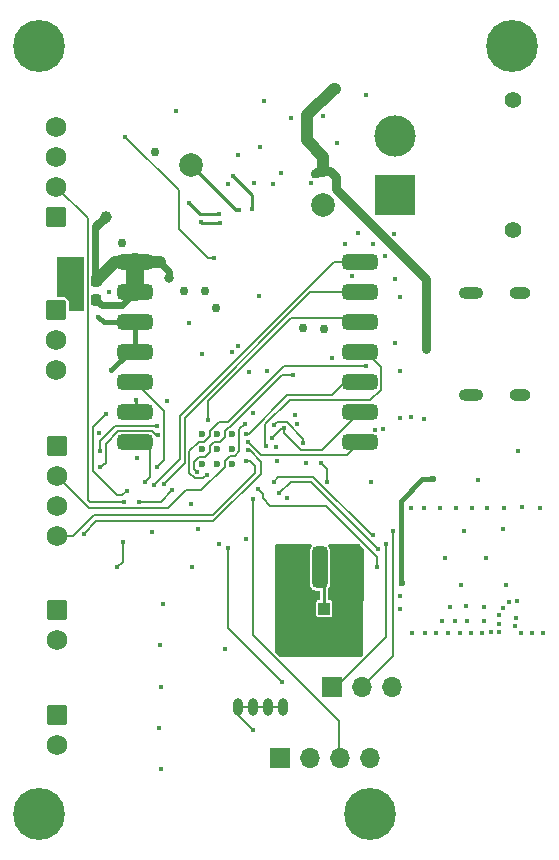
<source format=gbl>
%TF.GenerationSoftware,KiCad,Pcbnew,7.0.5-0*%
%TF.CreationDate,2024-02-07T21:38:44-05:00*%
%TF.ProjectId,GHOUL-2024-0,47484f55-4c2d-4323-9032-342d302e6b69,rev?*%
%TF.SameCoordinates,Original*%
%TF.FileFunction,Copper,L4,Bot*%
%TF.FilePolarity,Positive*%
%FSLAX46Y46*%
G04 Gerber Fmt 4.6, Leading zero omitted, Abs format (unit mm)*
G04 Created by KiCad (PCBNEW 7.0.5-0) date 2024-02-07 21:38:44*
%MOMM*%
%LPD*%
G01*
G04 APERTURE LIST*
G04 Aperture macros list*
%AMRoundRect*
0 Rectangle with rounded corners*
0 $1 Rounding radius*
0 $2 $3 $4 $5 $6 $7 $8 $9 X,Y pos of 4 corners*
0 Add a 4 corners polygon primitive as box body*
4,1,4,$2,$3,$4,$5,$6,$7,$8,$9,$2,$3,0*
0 Add four circle primitives for the rounded corners*
1,1,$1+$1,$2,$3*
1,1,$1+$1,$4,$5*
1,1,$1+$1,$6,$7*
1,1,$1+$1,$8,$9*
0 Add four rect primitives between the rounded corners*
20,1,$1+$1,$2,$3,$4,$5,0*
20,1,$1+$1,$4,$5,$6,$7,0*
20,1,$1+$1,$6,$7,$8,$9,0*
20,1,$1+$1,$8,$9,$2,$3,0*%
G04 Aperture macros list end*
%TA.AperFunction,ComponentPad*%
%ADD10C,4.400000*%
%TD*%
%TA.AperFunction,ComponentPad*%
%ADD11O,2.100000X1.000000*%
%TD*%
%TA.AperFunction,ComponentPad*%
%ADD12O,1.800000X1.000000*%
%TD*%
%TA.AperFunction,ComponentPad*%
%ADD13R,1.700000X1.700000*%
%TD*%
%TA.AperFunction,ComponentPad*%
%ADD14O,1.700000X1.700000*%
%TD*%
%TA.AperFunction,ComponentPad*%
%ADD15RoundRect,0.250000X-0.620000X0.620000X-0.620000X-0.620000X0.620000X-0.620000X0.620000X0.620000X0*%
%TD*%
%TA.AperFunction,ComponentPad*%
%ADD16C,1.740000*%
%TD*%
%TA.AperFunction,ComponentPad*%
%ADD17C,2.000000*%
%TD*%
%TA.AperFunction,ComponentPad*%
%ADD18C,1.400000*%
%TD*%
%TA.AperFunction,ComponentPad*%
%ADD19R,3.500000X3.500000*%
%TD*%
%TA.AperFunction,ComponentPad*%
%ADD20C,3.500000*%
%TD*%
%TA.AperFunction,ComponentPad*%
%ADD21C,0.600000*%
%TD*%
%TA.AperFunction,SMDPad,CuDef*%
%ADD22O,0.800000X1.500000*%
%TD*%
%TA.AperFunction,SMDPad,CuDef*%
%ADD23RoundRect,0.225000X0.225000X0.250000X-0.225000X0.250000X-0.225000X-0.250000X0.225000X-0.250000X0*%
%TD*%
%TA.AperFunction,SMDPad,CuDef*%
%ADD24R,1.000000X1.000000*%
%TD*%
%TA.AperFunction,SMDPad,CuDef*%
%ADD25R,1.050000X2.200000*%
%TD*%
%TA.AperFunction,ComponentPad*%
%ADD26RoundRect,0.250000X0.620000X-0.620000X0.620000X0.620000X-0.620000X0.620000X-0.620000X-0.620000X0*%
%TD*%
%TA.AperFunction,SMDPad,CuDef*%
%ADD27RoundRect,0.322500X-1.177500X-0.322500X1.177500X-0.322500X1.177500X0.322500X-1.177500X0.322500X0*%
%TD*%
%TA.AperFunction,SMDPad,CuDef*%
%ADD28RoundRect,0.325000X-1.175000X-0.325000X1.175000X-0.325000X1.175000X0.325000X-1.175000X0.325000X0*%
%TD*%
%TA.AperFunction,SMDPad,CuDef*%
%ADD29RoundRect,0.325000X-0.325000X1.425000X-0.325000X-1.425000X0.325000X-1.425000X0.325000X1.425000X0*%
%TD*%
%TA.AperFunction,ViaPad*%
%ADD30C,0.450000*%
%TD*%
%TA.AperFunction,ViaPad*%
%ADD31C,0.750000*%
%TD*%
%TA.AperFunction,ViaPad*%
%ADD32C,0.600000*%
%TD*%
%TA.AperFunction,ViaPad*%
%ADD33C,1.000000*%
%TD*%
%TA.AperFunction,ViaPad*%
%ADD34C,0.800000*%
%TD*%
%TA.AperFunction,Conductor*%
%ADD35C,0.450000*%
%TD*%
%TA.AperFunction,Conductor*%
%ADD36C,0.250000*%
%TD*%
%TA.AperFunction,Conductor*%
%ADD37C,0.500000*%
%TD*%
%TA.AperFunction,Conductor*%
%ADD38C,0.200000*%
%TD*%
%TA.AperFunction,Conductor*%
%ADD39C,0.400000*%
%TD*%
%TA.AperFunction,Conductor*%
%ADD40C,0.750000*%
%TD*%
%TA.AperFunction,Conductor*%
%ADD41C,1.000000*%
%TD*%
%TA.AperFunction,Conductor*%
%ADD42C,0.600000*%
%TD*%
%TA.AperFunction,Conductor*%
%ADD43C,1.500000*%
%TD*%
G04 APERTURE END LIST*
D10*
%TO.P,H4,1*%
%TO.N,N/C*%
X176630000Y-84470000D03*
%TD*%
D11*
%TO.P,J1,S1,SHIELD*%
%TO.N,GND*%
X173175000Y-114000000D03*
D12*
X177355000Y-114000000D03*
D11*
X173175000Y-105360000D03*
D12*
X177355000Y-105360000D03*
%TD*%
D10*
%TO.P,H3,1*%
%TO.N,N/C*%
X164630000Y-149470000D03*
%TD*%
%TO.P,H2,1,1*%
%TO.N,GND*%
X136630000Y-149470000D03*
%TD*%
D13*
%TO.P,J10,1,Pin_1*%
%TO.N,/GPIO2*%
X156980000Y-144770000D03*
D14*
%TO.P,J10,2,Pin_2*%
%TO.N,/GPIO3*%
X159520000Y-144770000D03*
%TO.P,J10,3,Pin_3*%
%TO.N,/GPIO16*%
X162060000Y-144770000D03*
%TO.P,J10,4,Pin_4*%
%TO.N,/GPIO19*%
X164600000Y-144770000D03*
%TD*%
D15*
%TO.P,J7,1,Pin_1*%
%TO.N,+5V*%
X138130000Y-132230000D03*
D16*
%TO.P,J7,2,Pin_2*%
%TO.N,Net-(J7-Pin_2)*%
X138130000Y-134770000D03*
%TD*%
D15*
%TO.P,J8,1,Pin_1*%
%TO.N,+5V*%
X138130000Y-141130000D03*
D16*
%TO.P,J8,2,Pin_2*%
%TO.N,Net-(J8-Pin_2)*%
X138130000Y-143670000D03*
%TD*%
D15*
%TO.P,J6,1,Pin_1*%
%TO.N,/TEMP*%
X138040000Y-106810000D03*
D16*
%TO.P,J6,2,Pin_2*%
%TO.N,+3V3*%
X138040000Y-109350000D03*
%TO.P,J6,3,Pin_3*%
%TO.N,GND*%
X138040000Y-111890000D03*
%TD*%
D17*
%TO.P,TP1,1,1*%
%TO.N,Net-(U10-PG00D2)*%
X149440000Y-94540000D03*
%TD*%
D18*
%TO.P,BT1,*%
%TO.N,*%
X176765000Y-89090000D03*
X176765000Y-100090000D03*
D19*
%TO.P,BT1,1,-*%
%TO.N,GND*%
X166765000Y-97090000D03*
D20*
%TO.P,BT1,2,+*%
%TO.N,+BATT*%
X166765000Y-92090000D03*
%TD*%
D21*
%TO.P,U1,57,GND*%
%TO.N,GND*%
X150395000Y-117315000D03*
X150395000Y-118590000D03*
X150395000Y-119865000D03*
X151670000Y-117315000D03*
X151670000Y-118590000D03*
X151670000Y-119865000D03*
X152945000Y-117315000D03*
X152945000Y-118590000D03*
X152945000Y-119865000D03*
%TD*%
D10*
%TO.P,H1,1*%
%TO.N,N/C*%
X136630000Y-84470000D03*
%TD*%
D17*
%TO.P,TP2,1,1*%
%TO.N,Net-(U10-PG00D1)*%
X160690000Y-97950000D03*
%TD*%
D15*
%TO.P,J9,1,Pin_1*%
%TO.N,GND*%
X138130000Y-118380000D03*
D16*
%TO.P,J9,2,Pin_2*%
%TO.N,/CUT_CURR*%
X138130000Y-120920000D03*
%TO.P,J9,3,Pin_3*%
%TO.N,/DATA_CUT*%
X138130000Y-123460000D03*
%TO.P,J9,4,Pin_4*%
%TO.N,/PGOOD_CUT*%
X138130000Y-126000000D03*
%TD*%
D22*
%TO.P,J3,5,Pin_5*%
%TO.N,GND*%
X153465000Y-140455000D03*
%TO.P,J3,6,Pin_6*%
X154735000Y-140455000D03*
%TO.P,J3,7,Pin_7*%
X156005000Y-140455000D03*
%TO.P,J3,8,Pin_8*%
X157275000Y-140455000D03*
%TD*%
D13*
%TO.P,J4,1,Pin_1*%
%TO.N,Net-(J4-Pin_1)*%
X161420000Y-138740000D03*
D14*
%TO.P,J4,2,Pin_2*%
%TO.N,Net-(J4-Pin_2)*%
X163960000Y-138740000D03*
%TO.P,J4,3,Pin_3*%
%TO.N,GND*%
X166500000Y-138740000D03*
%TD*%
D23*
%TO.P,C22,1*%
%TO.N,+5V*%
X141465000Y-104390000D03*
%TO.P,C22,2*%
%TO.N,GND*%
X139915000Y-104390000D03*
%TD*%
%TO.P,C21,1*%
%TO.N,+5V*%
X141465000Y-106000000D03*
%TO.P,C21,2*%
%TO.N,GND*%
X139915000Y-106000000D03*
%TD*%
D24*
%TO.P,J2,1,In*%
%TO.N,Net-(J2-In)*%
X160745000Y-132120000D03*
D25*
%TO.P,J2,2,Ext*%
%TO.N,GND*%
X159270000Y-133620000D03*
D24*
X160745000Y-135120000D03*
D25*
X162220000Y-133620000D03*
%TD*%
D26*
%TO.P,J5,1,Pin_1*%
%TO.N,unconnected-(J5-Pin_1-Pad1)*%
X138080000Y-98930000D03*
D16*
%TO.P,J5,2,Pin_2*%
%TO.N,/SERVO_PWM*%
X138080000Y-96390000D03*
%TO.P,J5,3,Pin_3*%
%TO.N,+5V*%
X138080000Y-93850000D03*
%TO.P,J5,4,Pin_4*%
%TO.N,GND*%
X138080000Y-91310000D03*
%TD*%
D27*
%TO.P,U7,1,SW*%
%TO.N,/DRF_SW*%
X144770000Y-118035000D03*
D28*
%TO.P,U7,2,GND*%
%TO.N,GND*%
X144770000Y-115490000D03*
%TO.P,U7,3,TXEN*%
%TO.N,/DRF_TXEN*%
X144770000Y-112950000D03*
%TO.P,U7,4,GND*%
%TO.N,GND*%
X144770000Y-110410000D03*
%TO.P,U7,5,GND*%
X144770000Y-107870000D03*
%TO.P,U7,6,VDD*%
%TO.N,+5V*%
X144770000Y-105330000D03*
%TO.P,U7,7,VDD*%
X144770000Y-102790000D03*
%TO.P,U7,8,DIO1*%
%TO.N,/DRF_DIO1*%
X163770000Y-102790000D03*
%TO.P,U7,9,BUSY*%
%TO.N,/DRF_BUSY*%
X163770000Y-105330000D03*
%TO.P,U7,10,RST*%
%TO.N,/RDIO_RST*%
X163770000Y-107870000D03*
%TO.P,U7,11,MISO*%
%TO.N,/MISO*%
X163770000Y-110410000D03*
%TO.P,U7,12,MOSI*%
%TO.N,/MOSI*%
X163770000Y-112950000D03*
%TO.P,U7,13,SCK*%
%TO.N,/SCK*%
X163770000Y-115490000D03*
D27*
%TO.P,U7,14,NSS*%
%TO.N,/DRF_CS*%
X163770000Y-118035000D03*
D29*
%TO.P,U7,15,GND*%
%TO.N,GND*%
X162940000Y-128640000D03*
%TO.P,U7,16,ANT*%
%TO.N,Net-(J2-In)*%
X160400000Y-128640000D03*
%TO.P,U7,17,GND*%
%TO.N,GND*%
X157860000Y-128640000D03*
%TD*%
D30*
%TO.N,GND*%
X155280000Y-93020000D03*
X172790000Y-131940000D03*
X154780000Y-96090000D03*
X177030000Y-132920000D03*
X177070000Y-131480000D03*
X168060000Y-123590000D03*
X156930000Y-129970000D03*
X177440000Y-134170000D03*
X163140000Y-103990000D03*
X161940000Y-135930000D03*
X163810000Y-134810000D03*
D31*
X139910000Y-102850000D03*
D30*
X155880000Y-111970000D03*
X160625213Y-90444787D03*
X178360000Y-134170000D03*
X166660000Y-100380000D03*
X158580000Y-131720000D03*
X171790000Y-133150000D03*
X146965000Y-145690000D03*
X156860000Y-127440000D03*
X167190000Y-105770000D03*
X175930000Y-125380000D03*
X149480000Y-123289500D03*
X170540000Y-123580000D03*
X158233721Y-130773721D03*
X173190000Y-134170000D03*
X157040000Y-135910000D03*
X146865000Y-135210000D03*
X166770000Y-109610000D03*
X174100000Y-134160000D03*
X156980000Y-134580000D03*
X161810000Y-131900000D03*
X163850000Y-132910000D03*
D31*
X143630000Y-101160000D03*
D30*
X169230000Y-116070000D03*
D31*
X138780000Y-102840000D03*
D30*
X160100000Y-131020000D03*
X147105000Y-131740000D03*
X142720000Y-111960000D03*
X161430000Y-131090000D03*
X175550000Y-132690000D03*
X170710000Y-133210000D03*
X146130000Y-125670000D03*
X175910000Y-132040000D03*
X172210000Y-134170000D03*
X156410000Y-96130000D03*
X171910000Y-123570000D03*
X161590000Y-127040000D03*
X153480000Y-93720000D03*
X141630000Y-107420000D03*
X158240000Y-135210000D03*
X155265000Y-105695000D03*
X157950000Y-90550000D03*
X159450000Y-135960000D03*
X146785000Y-142220000D03*
X170240000Y-134170000D03*
X151880000Y-126670000D03*
X161650000Y-127950000D03*
X160280000Y-134140000D03*
X169220000Y-123580000D03*
X168130000Y-115870000D03*
X173740000Y-121210000D03*
X167130000Y-111970000D03*
X171370000Y-132020000D03*
X158260000Y-115700000D03*
X162430000Y-135240000D03*
X166780000Y-104240000D03*
X153430000Y-109910000D03*
X162480000Y-101270000D03*
X175980000Y-123570000D03*
X148200000Y-90020500D03*
X144830000Y-114452343D03*
X169270000Y-134150000D03*
X176900000Y-133630000D03*
X164900000Y-101230000D03*
X163730000Y-135890000D03*
X177510000Y-123550000D03*
X157110000Y-95200000D03*
X154424647Y-112105815D03*
X175570000Y-133430000D03*
X161590000Y-130120000D03*
X161850000Y-92740000D03*
X176160000Y-130110000D03*
X174270000Y-131980000D03*
X163820000Y-130870000D03*
X146952500Y-138800000D03*
X161620000Y-128990000D03*
X172870000Y-133130000D03*
X155670000Y-89170000D03*
X172560000Y-125590000D03*
X161350000Y-134210000D03*
X164320000Y-88610000D03*
X159240000Y-127940000D03*
X174270000Y-133210000D03*
X170960000Y-127870000D03*
X179300000Y-134150000D03*
X167130000Y-115970000D03*
X156680000Y-118445500D03*
X163850000Y-128850000D03*
X154720000Y-142360000D03*
X152600000Y-96170000D03*
X156900000Y-128790000D03*
X179020000Y-123580000D03*
X163690000Y-127210000D03*
X168180000Y-134170000D03*
X176400000Y-131580000D03*
X158980000Y-130020000D03*
X159630000Y-96090000D03*
D31*
X146428101Y-93431899D03*
D30*
X165930000Y-102270000D03*
X174840000Y-134140000D03*
X161380000Y-133130000D03*
X174560000Y-123570000D03*
X159230000Y-128900000D03*
X175580000Y-134140000D03*
X172370000Y-130120000D03*
X171220000Y-134180000D03*
X173240000Y-123580000D03*
X159230000Y-127140000D03*
X159205000Y-119770000D03*
X174440000Y-127870000D03*
X160250000Y-133150000D03*
X159720000Y-132030000D03*
X163600000Y-100360000D03*
X162850000Y-131280000D03*
X161430000Y-110870000D03*
D32*
%TO.N,Net-(BT2-+)*%
X167330000Y-129980000D03*
X169930000Y-121170000D03*
D30*
%TO.N,+3V3*%
X141679500Y-117220000D03*
X150428471Y-110566029D03*
X158450878Y-116469122D03*
D31*
X160730000Y-108450000D03*
D30*
X149280000Y-107920000D03*
X142550000Y-105334901D03*
X144930000Y-119370000D03*
X149560000Y-128580000D03*
X152930000Y-110400000D03*
X150030000Y-125420000D03*
X156760000Y-119614500D03*
X177170000Y-118740000D03*
X167200000Y-132140000D03*
X164680000Y-121430000D03*
X167180000Y-131080000D03*
X147450000Y-114540000D03*
X154755500Y-115520000D03*
X152380000Y-135520000D03*
X157620000Y-122720000D03*
X154120000Y-126200000D03*
D31*
X158970000Y-108390000D03*
D30*
%TO.N,VBUS*%
X169340000Y-109050000D03*
D32*
X159735500Y-90044500D03*
D30*
X169340000Y-109610000D03*
D32*
X161710000Y-88070000D03*
D30*
X169340000Y-110170000D03*
D31*
X160000000Y-95330000D03*
D33*
%TO.N,+5V*%
X142270000Y-98950000D03*
D31*
X148900000Y-105190000D03*
X151590000Y-106680000D03*
D33*
X146810000Y-102790000D03*
D31*
X150680000Y-105210000D03*
D34*
X147650000Y-104110000D03*
D30*
%TO.N,/RP_SWCLK*%
X157160000Y-138320000D03*
X152615500Y-126974478D03*
%TO.N,Net-(J4-Pin_1)*%
X165980000Y-126680000D03*
%TO.N,Net-(J4-Pin_2)*%
X166545500Y-125580000D03*
%TO.N,/SCL*%
X160980000Y-121380000D03*
X160490000Y-119780000D03*
%TO.N,/LVC_CUTOFF*%
X143860000Y-92150000D03*
X151390000Y-102450000D03*
%TO.N,/SERVO_PWM*%
X143829500Y-123120000D03*
%TO.N,/DRF_TXEN*%
X146604223Y-120114500D03*
%TO.N,/DRF_SW*%
X145571594Y-121420000D03*
%TO.N,/DRF_DIO1*%
X146335575Y-121627678D03*
%TO.N,/DRF_BUSY*%
X147158960Y-121548960D03*
%TO.N,/RDIO_RST*%
X150930000Y-116170000D03*
%TO.N,/EXTINT*%
X165260000Y-128570000D03*
X155130000Y-122030000D03*
%TO.N,/TIMEPULSE*%
X165277110Y-127032890D03*
X156930000Y-122370000D03*
%TO.N,/MISO*%
X155840000Y-118390000D03*
%TO.N,/DRF_CS*%
X154274500Y-117990000D03*
%TO.N,/SCK*%
X157351987Y-116859500D03*
X156300000Y-117714500D03*
%TO.N,/MOSI*%
X154104500Y-117320000D03*
%TO.N,/FRAM_CS*%
X158980000Y-118130000D03*
X156520000Y-116610000D03*
%TO.N,Net-(U10-TRACK{slash}SS2)*%
X151930000Y-99470000D03*
X150330000Y-99370000D03*
%TO.N,Net-(U10-FB2)*%
X151830000Y-98670000D03*
X149330000Y-97770000D03*
%TO.N,Net-(U10-FREQ)*%
X154630000Y-98270000D03*
X153030000Y-95470000D03*
%TO.N,Net-(U10-PG00D2)*%
X153530000Y-98370000D03*
%TO.N,/LED3*%
X143680000Y-126520000D03*
X143230000Y-128620000D03*
%TO.N,/LED4*%
X145064000Y-123055951D03*
X147880000Y-122120000D03*
%TO.N,Net-(J7-Pin_2)*%
X165040086Y-116971259D03*
%TO.N,Net-(J8-Pin_2)*%
X165730000Y-116920000D03*
%TO.N,/HEATER1*%
X149994500Y-120570673D03*
X158080000Y-112320000D03*
%TO.N,/TEMP*%
X142280000Y-115620000D03*
X144014500Y-122170000D03*
%TO.N,/HEATER2*%
X150829478Y-120767481D03*
X164280000Y-111620000D03*
%TO.N,/PGOOD_CUT*%
X154104500Y-119620000D03*
%TO.N,/CUT_CURR*%
X154030000Y-116470000D03*
%TO.N,/DATA_CUT*%
X154274140Y-118731396D03*
X140425878Y-125765878D03*
%TO.N,/GPIO16*%
X154763073Y-122833351D03*
%TO.N,/GPIO19*%
X164892988Y-125907012D03*
X156480000Y-121370000D03*
%TO.N,/GPIO2*%
X146632537Y-116654500D03*
X141746657Y-118770000D03*
%TO.N,/GPIO3*%
X141730000Y-120120000D03*
X146656416Y-117405289D03*
%TD*%
D35*
%TO.N,GND*%
X139900000Y-102840000D02*
X139910000Y-102850000D01*
D36*
X144830000Y-114452343D02*
X144830000Y-115430000D01*
D37*
X139915000Y-106000000D02*
X139820000Y-106000000D01*
D35*
X144770000Y-110410000D02*
X144270000Y-110410000D01*
D37*
X138840000Y-102900000D02*
X138780000Y-102840000D01*
D38*
X153465000Y-141105000D02*
X154720000Y-142360000D01*
D36*
X144830000Y-115430000D02*
X144770000Y-115490000D01*
D37*
X138780000Y-104960000D02*
X138780000Y-102840000D01*
X139915000Y-106000000D02*
X139915000Y-104390000D01*
D38*
X153465000Y-140455000D02*
X153465000Y-141105000D01*
D37*
X139820000Y-106000000D02*
X138780000Y-104960000D01*
D38*
X157275000Y-140455000D02*
X153465000Y-140455000D01*
D37*
X139915000Y-104390000D02*
X139915000Y-102855000D01*
D35*
X144770000Y-107870000D02*
X144770000Y-110410000D01*
X142080000Y-107870000D02*
X141630000Y-107420000D01*
X144770000Y-107870000D02*
X142080000Y-107870000D01*
D37*
X139915000Y-102855000D02*
X139910000Y-102850000D01*
D35*
X144270000Y-110410000D02*
X142720000Y-111960000D01*
D37*
X139915000Y-104390000D02*
X139840000Y-104390000D01*
D39*
%TO.N,Net-(BT2-+)*%
X169030000Y-121170000D02*
X169930000Y-121170000D01*
X167230000Y-122970000D02*
X169030000Y-121170000D01*
X167230000Y-129880000D02*
X167230000Y-122970000D01*
X167330000Y-129980000D02*
X167230000Y-129880000D01*
D40*
%TO.N,VBUS*%
X161752703Y-96622703D02*
X161752703Y-95592703D01*
D41*
X159300000Y-90360000D02*
X161560000Y-88100000D01*
D37*
X161710000Y-88070000D02*
X161660000Y-88120000D01*
D41*
X161560000Y-88100000D02*
X161680000Y-88100000D01*
X160680000Y-93850000D02*
X159300000Y-92470000D01*
D37*
X160115000Y-95215000D02*
X160000000Y-95330000D01*
X161680000Y-88090000D02*
X161690000Y-88090000D01*
D40*
X161752703Y-95592703D02*
X161250000Y-95090000D01*
D37*
X161680000Y-88100000D02*
X161680000Y-88090000D01*
D40*
X169340000Y-109050000D02*
X169340000Y-110170000D01*
X169340000Y-110170000D02*
X169340000Y-104210000D01*
X161250000Y-95090000D02*
X160680000Y-95090000D01*
X160680000Y-95090000D02*
X160240000Y-95090000D01*
D37*
X161690000Y-88090000D02*
X161710000Y-88070000D01*
D41*
X160680000Y-95090000D02*
X160680000Y-93850000D01*
X159300000Y-92470000D02*
X159300000Y-90360000D01*
D40*
X160240000Y-95090000D02*
X160115000Y-95215000D01*
X169340000Y-104210000D02*
X161752703Y-96622703D01*
D42*
%TO.N,+5V*%
X141340000Y-104255000D02*
X141470000Y-104385000D01*
D41*
X141515000Y-104340000D02*
X141515000Y-104390000D01*
X144770000Y-102790000D02*
X143065000Y-102790000D01*
D35*
X141465000Y-104390000D02*
X141470000Y-104385000D01*
D41*
X144770000Y-102790000D02*
X146810000Y-102790000D01*
D42*
X147650000Y-104110000D02*
X147650000Y-103630000D01*
X141905000Y-106440000D02*
X143660000Y-106440000D01*
X141465000Y-106000000D02*
X141905000Y-106440000D01*
X141340000Y-99880000D02*
X141340000Y-104255000D01*
X143660000Y-106440000D02*
X144770000Y-105330000D01*
X141470000Y-99750000D02*
X141340000Y-99880000D01*
D43*
X144770000Y-105330000D02*
X144770000Y-102790000D01*
D42*
X147650000Y-103630000D02*
X146810000Y-102790000D01*
D40*
X142270000Y-98950000D02*
X141470000Y-99750000D01*
D41*
X143065000Y-102790000D02*
X141515000Y-104340000D01*
D38*
%TO.N,Net-(J2-In)*%
X160745000Y-128985000D02*
X160400000Y-128640000D01*
D36*
X160745000Y-132120000D02*
X160745000Y-128985000D01*
D38*
%TO.N,/RP_SWCLK*%
X152615500Y-126974478D02*
X152615500Y-133795500D01*
X152615500Y-133795500D02*
X157140000Y-138320000D01*
X157140000Y-138320000D02*
X157160000Y-138320000D01*
%TO.N,Net-(J4-Pin_1)*%
X165980000Y-134542463D02*
X161782463Y-138740000D01*
X161782463Y-138740000D02*
X161420000Y-138740000D01*
X165980000Y-126680000D02*
X165980000Y-134542463D01*
%TO.N,Net-(J4-Pin_2)*%
X166545500Y-136154500D02*
X163960000Y-138740000D01*
X166545500Y-125580000D02*
X166545500Y-136154500D01*
%TO.N,/SCL*%
X160980000Y-120270000D02*
X160490000Y-119780000D01*
X160980000Y-121380000D02*
X160980000Y-120270000D01*
%TO.N,/LVC_CUTOFF*%
X148430000Y-99970000D02*
X148430000Y-96720000D01*
X148430000Y-96720000D02*
X143860000Y-92150000D01*
X151390000Y-102450000D02*
X150910000Y-102450000D01*
X150910000Y-102450000D02*
X148430000Y-99970000D01*
%TO.N,/SERVO_PWM*%
X140740000Y-99050000D02*
X138080000Y-96390000D01*
X140715000Y-122939314D02*
X140715000Y-103922538D01*
X140895686Y-123120000D02*
X140715000Y-122939314D01*
X140740000Y-103897538D02*
X140740000Y-99050000D01*
X140715000Y-103922538D02*
X140740000Y-103897538D01*
X143829500Y-123120000D02*
X140895686Y-123120000D01*
%TO.N,/DRF_TXEN*%
X146604223Y-120114500D02*
X147180916Y-119537807D01*
X147180916Y-119537807D02*
X147180916Y-115360916D01*
X147180916Y-115360916D02*
X144770000Y-112950000D01*
%TO.N,/DRF_SW*%
X145980000Y-121011594D02*
X145980000Y-118320000D01*
X145571594Y-121420000D02*
X145980000Y-121011594D01*
X145695000Y-118035000D02*
X144770000Y-118035000D01*
X145980000Y-118320000D02*
X145695000Y-118035000D01*
%TO.N,/DRF_DIO1*%
X148530000Y-115806071D02*
X161546071Y-102790000D01*
X148530000Y-119436164D02*
X148530000Y-115806071D01*
X146338486Y-121627678D02*
X148530000Y-119436164D01*
X146335575Y-121627678D02*
X146338486Y-121627678D01*
X161546071Y-102790000D02*
X163770000Y-102790000D01*
%TO.N,/DRF_BUSY*%
X159571757Y-105330000D02*
X163770000Y-105330000D01*
X147158960Y-121548960D02*
X148930000Y-119777920D01*
X148930000Y-119777920D02*
X148930000Y-115971757D01*
X148930000Y-115971757D02*
X159571757Y-105330000D01*
%TO.N,/RDIO_RST*%
X150930000Y-114537442D02*
X157917442Y-107550000D01*
X157917442Y-107550000D02*
X163450000Y-107550000D01*
X163450000Y-107550000D02*
X163770000Y-107870000D01*
X150930000Y-116170000D02*
X150930000Y-114537442D01*
%TO.N,/EXTINT*%
X160922463Y-123420000D02*
X165260000Y-127757537D01*
X155555000Y-122787463D02*
X156187537Y-123420000D01*
X156187537Y-123420000D02*
X160922463Y-123420000D01*
X165260000Y-127757537D02*
X165260000Y-128570000D01*
X155555000Y-122455000D02*
X155555000Y-122787463D01*
X155130000Y-122030000D02*
X155555000Y-122455000D01*
%TO.N,/TIMEPULSE*%
X157920000Y-121380000D02*
X159624220Y-121380000D01*
X156930000Y-122370000D02*
X157920000Y-121380000D01*
X159624220Y-121380000D02*
X165277110Y-127032890D01*
%TO.N,/MISO*%
X155775000Y-118325000D02*
X155775000Y-116525000D01*
X155775000Y-116525000D02*
X157830000Y-114470000D01*
X165570000Y-111680000D02*
X164300000Y-110410000D01*
X157830000Y-114470000D02*
X164670000Y-114470000D01*
X155840000Y-118390000D02*
X155775000Y-118325000D01*
X164670000Y-114470000D02*
X165570000Y-113570000D01*
X164300000Y-110410000D02*
X163770000Y-110410000D01*
X165570000Y-113570000D02*
X165570000Y-111680000D01*
%TO.N,/DRF_CS*%
X154274500Y-117990000D02*
X155374500Y-119090000D01*
X162715000Y-119090000D02*
X163770000Y-118035000D01*
X155374500Y-119090000D02*
X162715000Y-119090000D01*
%TO.N,/SCK*%
X157351987Y-117244450D02*
X157351987Y-116859500D01*
X163770000Y-115490000D02*
X160605000Y-118655000D01*
X160605000Y-118655000D02*
X158762537Y-118655000D01*
X157155000Y-116859500D02*
X156300000Y-117714500D01*
X157351987Y-116859500D02*
X157155000Y-116859500D01*
X158762537Y-118655000D02*
X157351987Y-117244450D01*
%TO.N,/MOSI*%
X154380000Y-117320000D02*
X157630000Y-114070000D01*
X162550000Y-112950000D02*
X163770000Y-112950000D01*
X157630000Y-114070000D02*
X161430000Y-114070000D01*
X154104500Y-117320000D02*
X154380000Y-117320000D01*
X161430000Y-114070000D02*
X162550000Y-112950000D01*
%TO.N,/FRAM_CS*%
X156795500Y-116334500D02*
X157574500Y-116334500D01*
X156520000Y-116610000D02*
X156795500Y-116334500D01*
X157574500Y-116334500D02*
X158980000Y-117740000D01*
X158980000Y-117740000D02*
X158980000Y-118130000D01*
D36*
%TO.N,Net-(U10-TRACK{slash}SS2)*%
X150430000Y-99470000D02*
X150330000Y-99370000D01*
X151930000Y-99470000D02*
X150430000Y-99470000D01*
%TO.N,Net-(U10-FB2)*%
X150230000Y-98670000D02*
X149330000Y-97770000D01*
X151830000Y-98670000D02*
X150230000Y-98670000D01*
%TO.N,Net-(U10-FREQ)*%
X154630000Y-97070000D02*
X153030000Y-95470000D01*
X154630000Y-98270000D02*
X154630000Y-97070000D01*
%TO.N,Net-(U10-PG00D2)*%
X153270000Y-98370000D02*
X149440000Y-94540000D01*
X153530000Y-98370000D02*
X153270000Y-98370000D01*
D38*
%TO.N,/LED3*%
X143680000Y-128170000D02*
X143680000Y-126520000D01*
X143230000Y-128620000D02*
X143680000Y-128170000D01*
%TO.N,/LED4*%
X146944049Y-123055951D02*
X145064000Y-123055951D01*
X147880000Y-122120000D02*
X146944049Y-123055951D01*
%TO.N,/HEATER1*%
X152696471Y-116715000D02*
X152785000Y-116715000D01*
X152345000Y-117066471D02*
X152696471Y-116715000D01*
X149994500Y-120570673D02*
X149730000Y-120306173D01*
X149730000Y-120306173D02*
X149730000Y-119681471D01*
X149730000Y-119681471D02*
X150146471Y-119265000D01*
X152785000Y-116715000D02*
X157180000Y-112320000D01*
X151070000Y-118838529D02*
X151070000Y-118341471D01*
X150146471Y-119265000D02*
X150643529Y-119265000D01*
X157180000Y-112320000D02*
X158080000Y-112320000D01*
X152345000Y-117605000D02*
X152345000Y-117066471D01*
X151421471Y-117990000D02*
X151960000Y-117990000D01*
X150643529Y-119265000D02*
X151070000Y-118838529D01*
X151960000Y-117990000D02*
X152345000Y-117605000D01*
X151070000Y-118341471D02*
X151421471Y-117990000D01*
%TO.N,/TEMP*%
X143664500Y-122520000D02*
X144014500Y-122170000D01*
X143187537Y-122520000D02*
X143664500Y-122520000D01*
X141155000Y-116745000D02*
X142280000Y-115620000D01*
X143187537Y-122520000D02*
X141155000Y-120487463D01*
X141155000Y-120487463D02*
X141155000Y-116745000D01*
%TO.N,/HEATER2*%
X149330000Y-120648636D02*
X149330000Y-118806471D01*
X150829478Y-120767481D02*
X150501786Y-121095173D01*
X157314315Y-111620000D02*
X164280000Y-111620000D01*
X151070000Y-117066471D02*
X151821471Y-116315000D01*
X152619314Y-116315000D02*
X157314315Y-111620000D01*
X150501786Y-121095173D02*
X149776537Y-121095173D01*
X149776537Y-121095173D02*
X149330000Y-120648636D01*
X150146471Y-117990000D02*
X150610000Y-117990000D01*
X151070000Y-117530000D02*
X151070000Y-117066471D01*
X149330000Y-118806471D02*
X150146471Y-117990000D01*
X150610000Y-117990000D02*
X151070000Y-117530000D01*
X151821471Y-116315000D02*
X152619314Y-116315000D01*
%TO.N,/PGOOD_CUT*%
X151335500Y-124214500D02*
X154880000Y-120670000D01*
X154480000Y-119620000D02*
X154104500Y-119620000D01*
X141235500Y-124214500D02*
X151335500Y-124214500D01*
X154880000Y-120020000D02*
X154480000Y-119620000D01*
X154880000Y-120670000D02*
X154880000Y-120020000D01*
X138130000Y-126000000D02*
X139450000Y-126000000D01*
X139450000Y-126000000D02*
X141235500Y-124214500D01*
%TO.N,/CUT_CURR*%
X150339990Y-122118539D02*
X149031461Y-122118539D01*
X152345000Y-119616471D02*
X152345000Y-120113529D01*
X147505000Y-123645000D02*
X140855000Y-123645000D01*
X153193529Y-119190000D02*
X152771471Y-119190000D01*
X153579500Y-116920500D02*
X153579500Y-118804029D01*
X152345000Y-120113529D02*
X150339990Y-122118539D01*
X153579500Y-118804029D02*
X153193529Y-119190000D01*
X149031461Y-122118539D02*
X147505000Y-123645000D01*
X154030000Y-116470000D02*
X153579500Y-116920500D01*
X140855000Y-123645000D02*
X138130000Y-120920000D01*
X152771471Y-119190000D02*
X152345000Y-119616471D01*
%TO.N,/DATA_CUT*%
X155380000Y-119670000D02*
X154441396Y-118731396D01*
X151376686Y-124739000D02*
X155380000Y-120735686D01*
X154441396Y-118731396D02*
X154274140Y-118731396D01*
X140425878Y-125765878D02*
X141452756Y-124739000D01*
X141452756Y-124739000D02*
X151376686Y-124739000D01*
X155380000Y-120735686D02*
X155380000Y-119670000D01*
%TO.N,/GPIO16*%
X154715000Y-134327463D02*
X162010000Y-141622463D01*
X154763073Y-122833351D02*
X154715000Y-122881424D01*
X162010000Y-144720000D02*
X162060000Y-144770000D01*
X162010000Y-141622463D02*
X162010000Y-144720000D01*
X154715000Y-122881424D02*
X154715000Y-134327463D01*
%TO.N,/GPIO19*%
X164764549Y-125907012D02*
X164892988Y-125907012D01*
X156480000Y-121370000D02*
X156870000Y-120980000D01*
X156870000Y-120980000D02*
X159837537Y-120980000D01*
X159837537Y-120980000D02*
X164764549Y-125907012D01*
%TO.N,/GPIO2*%
X146632077Y-116654040D02*
X143045960Y-116654040D01*
X143045960Y-116654040D02*
X141746657Y-117953343D01*
X146632537Y-116654500D02*
X146632077Y-116654040D01*
X141746657Y-117953343D02*
X141746657Y-118770000D01*
%TO.N,/GPIO3*%
X146656416Y-117405289D02*
X146520637Y-117405289D01*
X142280000Y-118144652D02*
X142280000Y-119770000D01*
X142280000Y-119770000D02*
X141730000Y-120120000D01*
X146520637Y-117405289D02*
X146205348Y-117090000D01*
X146205348Y-117090000D02*
X143334652Y-117090000D01*
X143334652Y-117090000D02*
X142280000Y-118144652D01*
%TD*%
%TA.AperFunction,Conductor*%
%TO.N,GND*%
G36*
X159646163Y-126689685D02*
G01*
X159691918Y-126742489D01*
X159701862Y-126811647D01*
X159677928Y-126868924D01*
X159653733Y-126900830D01*
X159612635Y-126955025D01*
X159559640Y-127089411D01*
X159554065Y-127135841D01*
X159549500Y-127173856D01*
X159549500Y-130106144D01*
X159554825Y-130150494D01*
X159559640Y-130190588D01*
X159612636Y-130324976D01*
X159699921Y-130440078D01*
X159815023Y-130527363D01*
X159815024Y-130527363D01*
X159815025Y-130527364D01*
X159949410Y-130580359D01*
X160033856Y-130590500D01*
X160295500Y-130590500D01*
X160362539Y-130610185D01*
X160408294Y-130662989D01*
X160419500Y-130714500D01*
X160419500Y-131295500D01*
X160399815Y-131362539D01*
X160347011Y-131408294D01*
X160295500Y-131419500D01*
X160225247Y-131419500D01*
X160166770Y-131431131D01*
X160166769Y-131431132D01*
X160100447Y-131475447D01*
X160056132Y-131541769D01*
X160056131Y-131541770D01*
X160044500Y-131600247D01*
X160044500Y-132639752D01*
X160056131Y-132698229D01*
X160056132Y-132698230D01*
X160100447Y-132764552D01*
X160166769Y-132808867D01*
X160166770Y-132808868D01*
X160225247Y-132820499D01*
X160225250Y-132820500D01*
X160225252Y-132820500D01*
X161264750Y-132820500D01*
X161264751Y-132820499D01*
X161279568Y-132817552D01*
X161323229Y-132808868D01*
X161323229Y-132808867D01*
X161323231Y-132808867D01*
X161389552Y-132764552D01*
X161433867Y-132698231D01*
X161433867Y-132698229D01*
X161433868Y-132698229D01*
X161445499Y-132639752D01*
X161445500Y-132639750D01*
X161445500Y-131600249D01*
X161445499Y-131600247D01*
X161433868Y-131541770D01*
X161433867Y-131541769D01*
X161389552Y-131475447D01*
X161323230Y-131431132D01*
X161323229Y-131431131D01*
X161264752Y-131419500D01*
X161264748Y-131419500D01*
X161194500Y-131419500D01*
X161127461Y-131399815D01*
X161081706Y-131347011D01*
X161070500Y-131295500D01*
X161070500Y-130520780D01*
X161090185Y-130453741D01*
X161095697Y-130445854D01*
X161100075Y-130440079D01*
X161100078Y-130440078D01*
X161187364Y-130324975D01*
X161240359Y-130190590D01*
X161250500Y-130106144D01*
X161250500Y-127173856D01*
X161240359Y-127089410D01*
X161187364Y-126955025D01*
X161122071Y-126868924D01*
X161097249Y-126803614D01*
X161111677Y-126735250D01*
X161160774Y-126685539D01*
X161220876Y-126670000D01*
X163696129Y-126670000D01*
X163763168Y-126689685D01*
X163783810Y-126706319D01*
X164043488Y-126965997D01*
X164076973Y-127027320D01*
X164079806Y-127054052D01*
X164052871Y-135993630D01*
X164032985Y-136060609D01*
X164016553Y-136080937D01*
X163904133Y-136193357D01*
X163842810Y-136226842D01*
X163816282Y-136229676D01*
X157084157Y-136220457D01*
X157017145Y-136200681D01*
X156996646Y-136184138D01*
X156626319Y-135813811D01*
X156592834Y-135752488D01*
X156590000Y-135726130D01*
X156590000Y-126794000D01*
X156609685Y-126726961D01*
X156662489Y-126681206D01*
X156714000Y-126670000D01*
X159579124Y-126670000D01*
X159646163Y-126689685D01*
G37*
%TD.AperFunction*%
%TD*%
%TA.AperFunction,Conductor*%
%TO.N,GND*%
G36*
X140382539Y-102339685D02*
G01*
X140428294Y-102392489D01*
X140439500Y-102444000D01*
X140439500Y-103767002D01*
X140436205Y-103795398D01*
X140428244Y-103829238D01*
X140425702Y-103837445D01*
X140414500Y-103866364D01*
X140414500Y-103873289D01*
X140411206Y-103901679D01*
X140409621Y-103908415D01*
X140409621Y-103908419D01*
X140413905Y-103939128D01*
X140414500Y-103947704D01*
X140414500Y-106816000D01*
X140394815Y-106883039D01*
X140342011Y-106928794D01*
X140290500Y-106940000D01*
X139271363Y-106940000D01*
X139204324Y-106920315D01*
X139183681Y-106903680D01*
X139146818Y-106866816D01*
X139113333Y-106805492D01*
X139110500Y-106779136D01*
X139110500Y-106135730D01*
X139107646Y-106105300D01*
X139107646Y-106105298D01*
X139062793Y-105977119D01*
X139062792Y-105977117D01*
X138982150Y-105867850D01*
X138872882Y-105787207D01*
X138872880Y-105787206D01*
X138744700Y-105742353D01*
X138714270Y-105739500D01*
X138714266Y-105739500D01*
X138254000Y-105739500D01*
X138186961Y-105719815D01*
X138141206Y-105667011D01*
X138130000Y-105615500D01*
X138130000Y-102444000D01*
X138149685Y-102376961D01*
X138202489Y-102331206D01*
X138254000Y-102320000D01*
X140315500Y-102320000D01*
X140382539Y-102339685D01*
G37*
%TD.AperFunction*%
%TD*%
M02*

</source>
